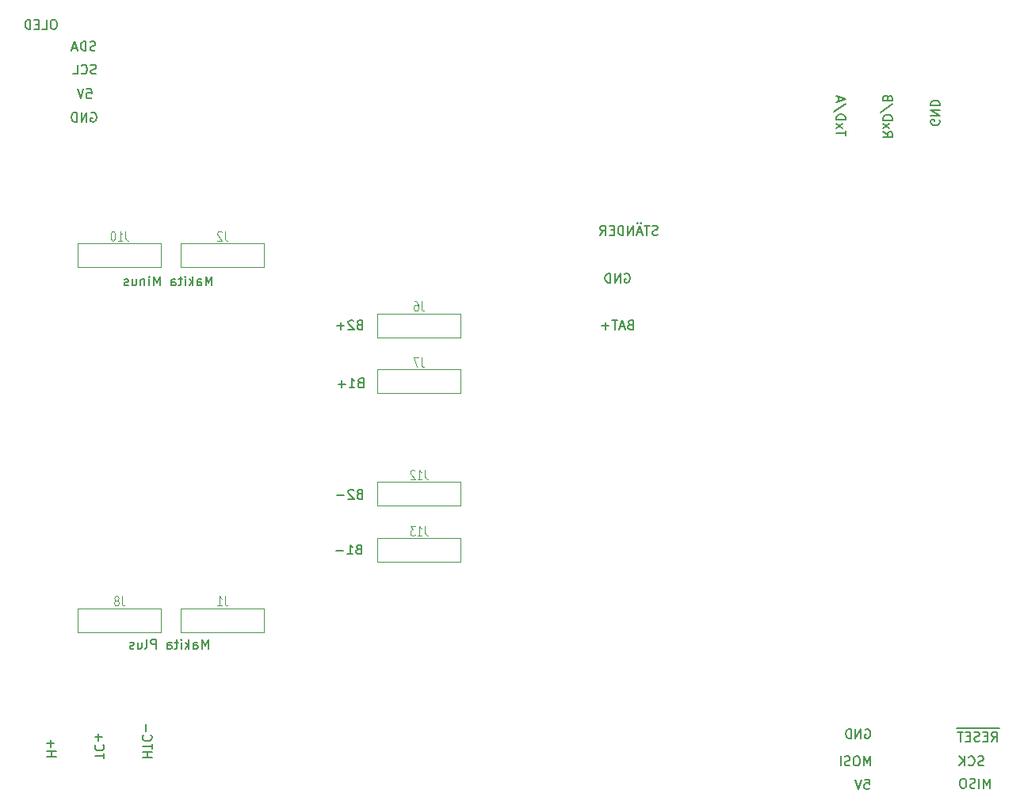
<source format=gbr>
%TF.GenerationSoftware,KiCad,Pcbnew,5.1.10-88a1d61d58~88~ubuntu20.04.1*%
%TF.CreationDate,2021-06-01T08:53:22+02:00*%
%TF.ProjectId,jbc-miniregler,6a62632d-6d69-46e6-9972-65676c65722e,rev?*%
%TF.SameCoordinates,Original*%
%TF.FileFunction,Legend,Bot*%
%TF.FilePolarity,Positive*%
%FSLAX46Y46*%
G04 Gerber Fmt 4.6, Leading zero omitted, Abs format (unit mm)*
G04 Created by KiCad (PCBNEW 5.1.10-88a1d61d58~88~ubuntu20.04.1) date 2021-06-01 08:53:22*
%MOMM*%
%LPD*%
G01*
G04 APERTURE LIST*
%ADD10C,0.150000*%
%ADD11C,0.100000*%
G04 APERTURE END LIST*
D10*
X96347619Y-127104761D02*
X97347619Y-127104761D01*
X96871428Y-127104761D02*
X96871428Y-126533333D01*
X96347619Y-126533333D02*
X97347619Y-126533333D01*
X96728571Y-126057142D02*
X96728571Y-125295238D01*
X96347619Y-125676190D02*
X97109523Y-125676190D01*
X102447619Y-127304761D02*
X102447619Y-126733333D01*
X101447619Y-127019047D02*
X102447619Y-127019047D01*
X101542857Y-125828571D02*
X101495238Y-125876190D01*
X101447619Y-126019047D01*
X101447619Y-126114285D01*
X101495238Y-126257142D01*
X101590476Y-126352380D01*
X101685714Y-126400000D01*
X101876190Y-126447619D01*
X102019047Y-126447619D01*
X102209523Y-126400000D01*
X102304761Y-126352380D01*
X102400000Y-126257142D01*
X102447619Y-126114285D01*
X102447619Y-126019047D01*
X102400000Y-125876190D01*
X102352380Y-125828571D01*
X101828571Y-125400000D02*
X101828571Y-124638095D01*
X101447619Y-125019047D02*
X102209523Y-125019047D01*
X106547619Y-127185714D02*
X107547619Y-127185714D01*
X107071428Y-127185714D02*
X107071428Y-126614285D01*
X106547619Y-126614285D02*
X107547619Y-126614285D01*
X107547619Y-126280952D02*
X107547619Y-125709523D01*
X106547619Y-125995238D02*
X107547619Y-125995238D01*
X106642857Y-124804761D02*
X106595238Y-124852380D01*
X106547619Y-124995238D01*
X106547619Y-125090476D01*
X106595238Y-125233333D01*
X106690476Y-125328571D01*
X106785714Y-125376190D01*
X106976190Y-125423809D01*
X107119047Y-125423809D01*
X107309523Y-125376190D01*
X107404761Y-125328571D01*
X107500000Y-125233333D01*
X107547619Y-125090476D01*
X107547619Y-124995238D01*
X107500000Y-124852380D01*
X107452380Y-124804761D01*
X106928571Y-124376190D02*
X106928571Y-123614285D01*
X129623809Y-104928571D02*
X129480952Y-104976190D01*
X129433333Y-105023809D01*
X129385714Y-105119047D01*
X129385714Y-105261904D01*
X129433333Y-105357142D01*
X129480952Y-105404761D01*
X129576190Y-105452380D01*
X129957142Y-105452380D01*
X129957142Y-104452380D01*
X129623809Y-104452380D01*
X129528571Y-104500000D01*
X129480952Y-104547619D01*
X129433333Y-104642857D01*
X129433333Y-104738095D01*
X129480952Y-104833333D01*
X129528571Y-104880952D01*
X129623809Y-104928571D01*
X129957142Y-104928571D01*
X128433333Y-105452380D02*
X129004761Y-105452380D01*
X128719047Y-105452380D02*
X128719047Y-104452380D01*
X128814285Y-104595238D01*
X128909523Y-104690476D01*
X129004761Y-104738095D01*
X128004761Y-105071428D02*
X127242857Y-105071428D01*
X129723809Y-99028571D02*
X129580952Y-99076190D01*
X129533333Y-99123809D01*
X129485714Y-99219047D01*
X129485714Y-99361904D01*
X129533333Y-99457142D01*
X129580952Y-99504761D01*
X129676190Y-99552380D01*
X130057142Y-99552380D01*
X130057142Y-98552380D01*
X129723809Y-98552380D01*
X129628571Y-98600000D01*
X129580952Y-98647619D01*
X129533333Y-98742857D01*
X129533333Y-98838095D01*
X129580952Y-98933333D01*
X129628571Y-98980952D01*
X129723809Y-99028571D01*
X130057142Y-99028571D01*
X129104761Y-98647619D02*
X129057142Y-98600000D01*
X128961904Y-98552380D01*
X128723809Y-98552380D01*
X128628571Y-98600000D01*
X128580952Y-98647619D01*
X128533333Y-98742857D01*
X128533333Y-98838095D01*
X128580952Y-98980952D01*
X129152380Y-99552380D01*
X128533333Y-99552380D01*
X128104761Y-99171428D02*
X127342857Y-99171428D01*
X129823809Y-87128571D02*
X129680952Y-87176190D01*
X129633333Y-87223809D01*
X129585714Y-87319047D01*
X129585714Y-87461904D01*
X129633333Y-87557142D01*
X129680952Y-87604761D01*
X129776190Y-87652380D01*
X130157142Y-87652380D01*
X130157142Y-86652380D01*
X129823809Y-86652380D01*
X129728571Y-86700000D01*
X129680952Y-86747619D01*
X129633333Y-86842857D01*
X129633333Y-86938095D01*
X129680952Y-87033333D01*
X129728571Y-87080952D01*
X129823809Y-87128571D01*
X130157142Y-87128571D01*
X128633333Y-87652380D02*
X129204761Y-87652380D01*
X128919047Y-87652380D02*
X128919047Y-86652380D01*
X129014285Y-86795238D01*
X129109523Y-86890476D01*
X129204761Y-86938095D01*
X128204761Y-87271428D02*
X127442857Y-87271428D01*
X127823809Y-87652380D02*
X127823809Y-86890476D01*
X129723809Y-80928571D02*
X129580952Y-80976190D01*
X129533333Y-81023809D01*
X129485714Y-81119047D01*
X129485714Y-81261904D01*
X129533333Y-81357142D01*
X129580952Y-81404761D01*
X129676190Y-81452380D01*
X130057142Y-81452380D01*
X130057142Y-80452380D01*
X129723809Y-80452380D01*
X129628571Y-80500000D01*
X129580952Y-80547619D01*
X129533333Y-80642857D01*
X129533333Y-80738095D01*
X129580952Y-80833333D01*
X129628571Y-80880952D01*
X129723809Y-80928571D01*
X130057142Y-80928571D01*
X129104761Y-80547619D02*
X129057142Y-80500000D01*
X128961904Y-80452380D01*
X128723809Y-80452380D01*
X128628571Y-80500000D01*
X128580952Y-80547619D01*
X128533333Y-80642857D01*
X128533333Y-80738095D01*
X128580952Y-80880952D01*
X129152380Y-81452380D01*
X128533333Y-81452380D01*
X128104761Y-81071428D02*
X127342857Y-81071428D01*
X127723809Y-81452380D02*
X127723809Y-80690476D01*
X113566666Y-115552380D02*
X113566666Y-114552380D01*
X113233333Y-115266666D01*
X112900000Y-114552380D01*
X112900000Y-115552380D01*
X111995238Y-115552380D02*
X111995238Y-115028571D01*
X112042857Y-114933333D01*
X112138095Y-114885714D01*
X112328571Y-114885714D01*
X112423809Y-114933333D01*
X111995238Y-115504761D02*
X112090476Y-115552380D01*
X112328571Y-115552380D01*
X112423809Y-115504761D01*
X112471428Y-115409523D01*
X112471428Y-115314285D01*
X112423809Y-115219047D01*
X112328571Y-115171428D01*
X112090476Y-115171428D01*
X111995238Y-115123809D01*
X111519047Y-115552380D02*
X111519047Y-114552380D01*
X111423809Y-115171428D02*
X111138095Y-115552380D01*
X111138095Y-114885714D02*
X111519047Y-115266666D01*
X110709523Y-115552380D02*
X110709523Y-114885714D01*
X110709523Y-114552380D02*
X110757142Y-114600000D01*
X110709523Y-114647619D01*
X110661904Y-114600000D01*
X110709523Y-114552380D01*
X110709523Y-114647619D01*
X110376190Y-114885714D02*
X109995238Y-114885714D01*
X110233333Y-114552380D02*
X110233333Y-115409523D01*
X110185714Y-115504761D01*
X110090476Y-115552380D01*
X109995238Y-115552380D01*
X109233333Y-115552380D02*
X109233333Y-115028571D01*
X109280952Y-114933333D01*
X109376190Y-114885714D01*
X109566666Y-114885714D01*
X109661904Y-114933333D01*
X109233333Y-115504761D02*
X109328571Y-115552380D01*
X109566666Y-115552380D01*
X109661904Y-115504761D01*
X109709523Y-115409523D01*
X109709523Y-115314285D01*
X109661904Y-115219047D01*
X109566666Y-115171428D01*
X109328571Y-115171428D01*
X109233333Y-115123809D01*
X107995238Y-115552380D02*
X107995238Y-114552380D01*
X107614285Y-114552380D01*
X107519047Y-114600000D01*
X107471428Y-114647619D01*
X107423809Y-114742857D01*
X107423809Y-114885714D01*
X107471428Y-114980952D01*
X107519047Y-115028571D01*
X107614285Y-115076190D01*
X107995238Y-115076190D01*
X106852380Y-115552380D02*
X106947619Y-115504761D01*
X106995238Y-115409523D01*
X106995238Y-114552380D01*
X106042857Y-114885714D02*
X106042857Y-115552380D01*
X106471428Y-114885714D02*
X106471428Y-115409523D01*
X106423809Y-115504761D01*
X106328571Y-115552380D01*
X106185714Y-115552380D01*
X106090476Y-115504761D01*
X106042857Y-115457142D01*
X105614285Y-115504761D02*
X105519047Y-115552380D01*
X105328571Y-115552380D01*
X105233333Y-115504761D01*
X105185714Y-115409523D01*
X105185714Y-115361904D01*
X105233333Y-115266666D01*
X105328571Y-115219047D01*
X105471428Y-115219047D01*
X105566666Y-115171428D01*
X105614285Y-115076190D01*
X105614285Y-115028571D01*
X105566666Y-114933333D01*
X105471428Y-114885714D01*
X105328571Y-114885714D01*
X105233333Y-114933333D01*
X113966666Y-76752380D02*
X113966666Y-75752380D01*
X113633333Y-76466666D01*
X113300000Y-75752380D01*
X113300000Y-76752380D01*
X112395238Y-76752380D02*
X112395238Y-76228571D01*
X112442857Y-76133333D01*
X112538095Y-76085714D01*
X112728571Y-76085714D01*
X112823809Y-76133333D01*
X112395238Y-76704761D02*
X112490476Y-76752380D01*
X112728571Y-76752380D01*
X112823809Y-76704761D01*
X112871428Y-76609523D01*
X112871428Y-76514285D01*
X112823809Y-76419047D01*
X112728571Y-76371428D01*
X112490476Y-76371428D01*
X112395238Y-76323809D01*
X111919047Y-76752380D02*
X111919047Y-75752380D01*
X111823809Y-76371428D02*
X111538095Y-76752380D01*
X111538095Y-76085714D02*
X111919047Y-76466666D01*
X111109523Y-76752380D02*
X111109523Y-76085714D01*
X111109523Y-75752380D02*
X111157142Y-75800000D01*
X111109523Y-75847619D01*
X111061904Y-75800000D01*
X111109523Y-75752380D01*
X111109523Y-75847619D01*
X110776190Y-76085714D02*
X110395238Y-76085714D01*
X110633333Y-75752380D02*
X110633333Y-76609523D01*
X110585714Y-76704761D01*
X110490476Y-76752380D01*
X110395238Y-76752380D01*
X109633333Y-76752380D02*
X109633333Y-76228571D01*
X109680952Y-76133333D01*
X109776190Y-76085714D01*
X109966666Y-76085714D01*
X110061904Y-76133333D01*
X109633333Y-76704761D02*
X109728571Y-76752380D01*
X109966666Y-76752380D01*
X110061904Y-76704761D01*
X110109523Y-76609523D01*
X110109523Y-76514285D01*
X110061904Y-76419047D01*
X109966666Y-76371428D01*
X109728571Y-76371428D01*
X109633333Y-76323809D01*
X108395238Y-76752380D02*
X108395238Y-75752380D01*
X108061904Y-76466666D01*
X107728571Y-75752380D01*
X107728571Y-76752380D01*
X107252380Y-76752380D02*
X107252380Y-76085714D01*
X107252380Y-75752380D02*
X107300000Y-75800000D01*
X107252380Y-75847619D01*
X107204761Y-75800000D01*
X107252380Y-75752380D01*
X107252380Y-75847619D01*
X106776190Y-76085714D02*
X106776190Y-76752380D01*
X106776190Y-76180952D02*
X106728571Y-76133333D01*
X106633333Y-76085714D01*
X106490476Y-76085714D01*
X106395238Y-76133333D01*
X106347619Y-76228571D01*
X106347619Y-76752380D01*
X105442857Y-76085714D02*
X105442857Y-76752380D01*
X105871428Y-76085714D02*
X105871428Y-76609523D01*
X105823809Y-76704761D01*
X105728571Y-76752380D01*
X105585714Y-76752380D01*
X105490476Y-76704761D01*
X105442857Y-76657142D01*
X105014285Y-76704761D02*
X104919047Y-76752380D01*
X104728571Y-76752380D01*
X104633333Y-76704761D01*
X104585714Y-76609523D01*
X104585714Y-76561904D01*
X104633333Y-76466666D01*
X104728571Y-76419047D01*
X104871428Y-76419047D01*
X104966666Y-76371428D01*
X105014285Y-76276190D01*
X105014285Y-76228571D01*
X104966666Y-76133333D01*
X104871428Y-76085714D01*
X104728571Y-76085714D01*
X104633333Y-76133333D01*
X97152380Y-48352380D02*
X96961904Y-48352380D01*
X96866666Y-48400000D01*
X96771428Y-48495238D01*
X96723809Y-48685714D01*
X96723809Y-49019047D01*
X96771428Y-49209523D01*
X96866666Y-49304761D01*
X96961904Y-49352380D01*
X97152380Y-49352380D01*
X97247619Y-49304761D01*
X97342857Y-49209523D01*
X97390476Y-49019047D01*
X97390476Y-48685714D01*
X97342857Y-48495238D01*
X97247619Y-48400000D01*
X97152380Y-48352380D01*
X95819047Y-49352380D02*
X96295238Y-49352380D01*
X96295238Y-48352380D01*
X95485714Y-48828571D02*
X95152380Y-48828571D01*
X95009523Y-49352380D02*
X95485714Y-49352380D01*
X95485714Y-48352380D01*
X95009523Y-48352380D01*
X94580952Y-49352380D02*
X94580952Y-48352380D01*
X94342857Y-48352380D01*
X94200000Y-48400000D01*
X94104761Y-48495238D01*
X94057142Y-48590476D01*
X94009523Y-48780952D01*
X94009523Y-48923809D01*
X94057142Y-49114285D01*
X94104761Y-49209523D01*
X94200000Y-49304761D01*
X94342857Y-49352380D01*
X94580952Y-49352380D01*
X101061904Y-58300000D02*
X101157142Y-58252380D01*
X101300000Y-58252380D01*
X101442857Y-58300000D01*
X101538095Y-58395238D01*
X101585714Y-58490476D01*
X101633333Y-58680952D01*
X101633333Y-58823809D01*
X101585714Y-59014285D01*
X101538095Y-59109523D01*
X101442857Y-59204761D01*
X101300000Y-59252380D01*
X101204761Y-59252380D01*
X101061904Y-59204761D01*
X101014285Y-59157142D01*
X101014285Y-58823809D01*
X101204761Y-58823809D01*
X100585714Y-59252380D02*
X100585714Y-58252380D01*
X100014285Y-59252380D01*
X100014285Y-58252380D01*
X99538095Y-59252380D02*
X99538095Y-58252380D01*
X99300000Y-58252380D01*
X99157142Y-58300000D01*
X99061904Y-58395238D01*
X99014285Y-58490476D01*
X98966666Y-58680952D01*
X98966666Y-58823809D01*
X99014285Y-59014285D01*
X99061904Y-59109523D01*
X99157142Y-59204761D01*
X99300000Y-59252380D01*
X99538095Y-59252380D01*
X100590476Y-55752380D02*
X101066666Y-55752380D01*
X101114285Y-56228571D01*
X101066666Y-56180952D01*
X100971428Y-56133333D01*
X100733333Y-56133333D01*
X100638095Y-56180952D01*
X100590476Y-56228571D01*
X100542857Y-56323809D01*
X100542857Y-56561904D01*
X100590476Y-56657142D01*
X100638095Y-56704761D01*
X100733333Y-56752380D01*
X100971428Y-56752380D01*
X101066666Y-56704761D01*
X101114285Y-56657142D01*
X100257142Y-55752380D02*
X99923809Y-56752380D01*
X99590476Y-55752380D01*
X101590476Y-54104761D02*
X101447619Y-54152380D01*
X101209523Y-54152380D01*
X101114285Y-54104761D01*
X101066666Y-54057142D01*
X101019047Y-53961904D01*
X101019047Y-53866666D01*
X101066666Y-53771428D01*
X101114285Y-53723809D01*
X101209523Y-53676190D01*
X101400000Y-53628571D01*
X101495238Y-53580952D01*
X101542857Y-53533333D01*
X101590476Y-53438095D01*
X101590476Y-53342857D01*
X101542857Y-53247619D01*
X101495238Y-53200000D01*
X101400000Y-53152380D01*
X101161904Y-53152380D01*
X101019047Y-53200000D01*
X100019047Y-54057142D02*
X100066666Y-54104761D01*
X100209523Y-54152380D01*
X100304761Y-54152380D01*
X100447619Y-54104761D01*
X100542857Y-54009523D01*
X100590476Y-53914285D01*
X100638095Y-53723809D01*
X100638095Y-53580952D01*
X100590476Y-53390476D01*
X100542857Y-53295238D01*
X100447619Y-53200000D01*
X100304761Y-53152380D01*
X100209523Y-53152380D01*
X100066666Y-53200000D01*
X100019047Y-53247619D01*
X99114285Y-54152380D02*
X99590476Y-54152380D01*
X99590476Y-53152380D01*
X101514285Y-51604761D02*
X101371428Y-51652380D01*
X101133333Y-51652380D01*
X101038095Y-51604761D01*
X100990476Y-51557142D01*
X100942857Y-51461904D01*
X100942857Y-51366666D01*
X100990476Y-51271428D01*
X101038095Y-51223809D01*
X101133333Y-51176190D01*
X101323809Y-51128571D01*
X101419047Y-51080952D01*
X101466666Y-51033333D01*
X101514285Y-50938095D01*
X101514285Y-50842857D01*
X101466666Y-50747619D01*
X101419047Y-50700000D01*
X101323809Y-50652380D01*
X101085714Y-50652380D01*
X100942857Y-50700000D01*
X100514285Y-51652380D02*
X100514285Y-50652380D01*
X100276190Y-50652380D01*
X100133333Y-50700000D01*
X100038095Y-50795238D01*
X99990476Y-50890476D01*
X99942857Y-51080952D01*
X99942857Y-51223809D01*
X99990476Y-51414285D01*
X100038095Y-51509523D01*
X100133333Y-51604761D01*
X100276190Y-51652380D01*
X100514285Y-51652380D01*
X99561904Y-51366666D02*
X99085714Y-51366666D01*
X99657142Y-51652380D02*
X99323809Y-50652380D01*
X98990476Y-51652380D01*
X198061904Y-124085000D02*
X197061904Y-124085000D01*
X197252380Y-125452380D02*
X197585714Y-124976190D01*
X197823809Y-125452380D02*
X197823809Y-124452380D01*
X197442857Y-124452380D01*
X197347619Y-124500000D01*
X197300000Y-124547619D01*
X197252380Y-124642857D01*
X197252380Y-124785714D01*
X197300000Y-124880952D01*
X197347619Y-124928571D01*
X197442857Y-124976190D01*
X197823809Y-124976190D01*
X197061904Y-124085000D02*
X196157142Y-124085000D01*
X196823809Y-124928571D02*
X196490476Y-124928571D01*
X196347619Y-125452380D02*
X196823809Y-125452380D01*
X196823809Y-124452380D01*
X196347619Y-124452380D01*
X196157142Y-124085000D02*
X195204761Y-124085000D01*
X195966666Y-125404761D02*
X195823809Y-125452380D01*
X195585714Y-125452380D01*
X195490476Y-125404761D01*
X195442857Y-125357142D01*
X195395238Y-125261904D01*
X195395238Y-125166666D01*
X195442857Y-125071428D01*
X195490476Y-125023809D01*
X195585714Y-124976190D01*
X195776190Y-124928571D01*
X195871428Y-124880952D01*
X195919047Y-124833333D01*
X195966666Y-124738095D01*
X195966666Y-124642857D01*
X195919047Y-124547619D01*
X195871428Y-124500000D01*
X195776190Y-124452380D01*
X195538095Y-124452380D01*
X195395238Y-124500000D01*
X195204761Y-124085000D02*
X194300000Y-124085000D01*
X194966666Y-124928571D02*
X194633333Y-124928571D01*
X194490476Y-125452380D02*
X194966666Y-125452380D01*
X194966666Y-124452380D01*
X194490476Y-124452380D01*
X194300000Y-124085000D02*
X193538095Y-124085000D01*
X194204761Y-124452380D02*
X193633333Y-124452380D01*
X193919047Y-125452380D02*
X193919047Y-124452380D01*
X196385714Y-128004761D02*
X196242857Y-128052380D01*
X196004761Y-128052380D01*
X195909523Y-128004761D01*
X195861904Y-127957142D01*
X195814285Y-127861904D01*
X195814285Y-127766666D01*
X195861904Y-127671428D01*
X195909523Y-127623809D01*
X196004761Y-127576190D01*
X196195238Y-127528571D01*
X196290476Y-127480952D01*
X196338095Y-127433333D01*
X196385714Y-127338095D01*
X196385714Y-127242857D01*
X196338095Y-127147619D01*
X196290476Y-127100000D01*
X196195238Y-127052380D01*
X195957142Y-127052380D01*
X195814285Y-127100000D01*
X194814285Y-127957142D02*
X194861904Y-128004761D01*
X195004761Y-128052380D01*
X195100000Y-128052380D01*
X195242857Y-128004761D01*
X195338095Y-127909523D01*
X195385714Y-127814285D01*
X195433333Y-127623809D01*
X195433333Y-127480952D01*
X195385714Y-127290476D01*
X195338095Y-127195238D01*
X195242857Y-127100000D01*
X195100000Y-127052380D01*
X195004761Y-127052380D01*
X194861904Y-127100000D01*
X194814285Y-127147619D01*
X194385714Y-128052380D02*
X194385714Y-127052380D01*
X193814285Y-128052380D02*
X194242857Y-127480952D01*
X193814285Y-127052380D02*
X194385714Y-127623809D01*
X197071428Y-130452380D02*
X197071428Y-129452380D01*
X196738095Y-130166666D01*
X196404761Y-129452380D01*
X196404761Y-130452380D01*
X195928571Y-130452380D02*
X195928571Y-129452380D01*
X195500000Y-130404761D02*
X195357142Y-130452380D01*
X195119047Y-130452380D01*
X195023809Y-130404761D01*
X194976190Y-130357142D01*
X194928571Y-130261904D01*
X194928571Y-130166666D01*
X194976190Y-130071428D01*
X195023809Y-130023809D01*
X195119047Y-129976190D01*
X195309523Y-129928571D01*
X195404761Y-129880952D01*
X195452380Y-129833333D01*
X195500000Y-129738095D01*
X195500000Y-129642857D01*
X195452380Y-129547619D01*
X195404761Y-129500000D01*
X195309523Y-129452380D01*
X195071428Y-129452380D01*
X194928571Y-129500000D01*
X194309523Y-129452380D02*
X194119047Y-129452380D01*
X194023809Y-129500000D01*
X193928571Y-129595238D01*
X193880952Y-129785714D01*
X193880952Y-130119047D01*
X193928571Y-130309523D01*
X194023809Y-130404761D01*
X194119047Y-130452380D01*
X194309523Y-130452380D01*
X194404761Y-130404761D01*
X194500000Y-130309523D01*
X194547619Y-130119047D01*
X194547619Y-129785714D01*
X194500000Y-129595238D01*
X194404761Y-129500000D01*
X194309523Y-129452380D01*
X183690476Y-129552380D02*
X184166666Y-129552380D01*
X184214285Y-130028571D01*
X184166666Y-129980952D01*
X184071428Y-129933333D01*
X183833333Y-129933333D01*
X183738095Y-129980952D01*
X183690476Y-130028571D01*
X183642857Y-130123809D01*
X183642857Y-130361904D01*
X183690476Y-130457142D01*
X183738095Y-130504761D01*
X183833333Y-130552380D01*
X184071428Y-130552380D01*
X184166666Y-130504761D01*
X184214285Y-130457142D01*
X183357142Y-129552380D02*
X183023809Y-130552380D01*
X182690476Y-129552380D01*
X184271428Y-128052380D02*
X184271428Y-127052380D01*
X183938095Y-127766666D01*
X183604761Y-127052380D01*
X183604761Y-128052380D01*
X182938095Y-127052380D02*
X182747619Y-127052380D01*
X182652380Y-127100000D01*
X182557142Y-127195238D01*
X182509523Y-127385714D01*
X182509523Y-127719047D01*
X182557142Y-127909523D01*
X182652380Y-128004761D01*
X182747619Y-128052380D01*
X182938095Y-128052380D01*
X183033333Y-128004761D01*
X183128571Y-127909523D01*
X183176190Y-127719047D01*
X183176190Y-127385714D01*
X183128571Y-127195238D01*
X183033333Y-127100000D01*
X182938095Y-127052380D01*
X182128571Y-128004761D02*
X181985714Y-128052380D01*
X181747619Y-128052380D01*
X181652380Y-128004761D01*
X181604761Y-127957142D01*
X181557142Y-127861904D01*
X181557142Y-127766666D01*
X181604761Y-127671428D01*
X181652380Y-127623809D01*
X181747619Y-127576190D01*
X181938095Y-127528571D01*
X182033333Y-127480952D01*
X182080952Y-127433333D01*
X182128571Y-127338095D01*
X182128571Y-127242857D01*
X182080952Y-127147619D01*
X182033333Y-127100000D01*
X181938095Y-127052380D01*
X181700000Y-127052380D01*
X181557142Y-127100000D01*
X181128571Y-128052380D02*
X181128571Y-127052380D01*
X183761904Y-124200000D02*
X183857142Y-124152380D01*
X184000000Y-124152380D01*
X184142857Y-124200000D01*
X184238095Y-124295238D01*
X184285714Y-124390476D01*
X184333333Y-124580952D01*
X184333333Y-124723809D01*
X184285714Y-124914285D01*
X184238095Y-125009523D01*
X184142857Y-125104761D01*
X184000000Y-125152380D01*
X183904761Y-125152380D01*
X183761904Y-125104761D01*
X183714285Y-125057142D01*
X183714285Y-124723809D01*
X183904761Y-124723809D01*
X183285714Y-125152380D02*
X183285714Y-124152380D01*
X182714285Y-125152380D01*
X182714285Y-124152380D01*
X182238095Y-125152380D02*
X182238095Y-124152380D01*
X182000000Y-124152380D01*
X181857142Y-124200000D01*
X181761904Y-124295238D01*
X181714285Y-124390476D01*
X181666666Y-124580952D01*
X181666666Y-124723809D01*
X181714285Y-124914285D01*
X181761904Y-125009523D01*
X181857142Y-125104761D01*
X182000000Y-125152380D01*
X182238095Y-125152380D01*
X181647619Y-60742857D02*
X181647619Y-60171428D01*
X180647619Y-60457142D02*
X181647619Y-60457142D01*
X180647619Y-59933333D02*
X181314285Y-59409523D01*
X181314285Y-59933333D02*
X180647619Y-59409523D01*
X180647619Y-59028571D02*
X181647619Y-59028571D01*
X181647619Y-58790476D01*
X181600000Y-58647619D01*
X181504761Y-58552380D01*
X181409523Y-58504761D01*
X181219047Y-58457142D01*
X181076190Y-58457142D01*
X180885714Y-58504761D01*
X180790476Y-58552380D01*
X180695238Y-58647619D01*
X180647619Y-58790476D01*
X180647619Y-59028571D01*
X181695238Y-57314285D02*
X180409523Y-58171428D01*
X180933333Y-57028571D02*
X180933333Y-56552380D01*
X180647619Y-57123809D02*
X181647619Y-56790476D01*
X180647619Y-56457142D01*
X185647619Y-60319047D02*
X186123809Y-60652380D01*
X185647619Y-60890476D02*
X186647619Y-60890476D01*
X186647619Y-60509523D01*
X186600000Y-60414285D01*
X186552380Y-60366666D01*
X186457142Y-60319047D01*
X186314285Y-60319047D01*
X186219047Y-60366666D01*
X186171428Y-60414285D01*
X186123809Y-60509523D01*
X186123809Y-60890476D01*
X185647619Y-59985714D02*
X186314285Y-59461904D01*
X186314285Y-59985714D02*
X185647619Y-59461904D01*
X185647619Y-59080952D02*
X186647619Y-59080952D01*
X186647619Y-58842857D01*
X186600000Y-58700000D01*
X186504761Y-58604761D01*
X186409523Y-58557142D01*
X186219047Y-58509523D01*
X186076190Y-58509523D01*
X185885714Y-58557142D01*
X185790476Y-58604761D01*
X185695238Y-58700000D01*
X185647619Y-58842857D01*
X185647619Y-59080952D01*
X186695238Y-57366666D02*
X185409523Y-58223809D01*
X186171428Y-56700000D02*
X186123809Y-56557142D01*
X186076190Y-56509523D01*
X185980952Y-56461904D01*
X185838095Y-56461904D01*
X185742857Y-56509523D01*
X185695238Y-56557142D01*
X185647619Y-56652380D01*
X185647619Y-57033333D01*
X186647619Y-57033333D01*
X186647619Y-56700000D01*
X186600000Y-56604761D01*
X186552380Y-56557142D01*
X186457142Y-56509523D01*
X186361904Y-56509523D01*
X186266666Y-56557142D01*
X186219047Y-56604761D01*
X186171428Y-56700000D01*
X186171428Y-57033333D01*
X191700000Y-59061904D02*
X191747619Y-59157142D01*
X191747619Y-59300000D01*
X191700000Y-59442857D01*
X191604761Y-59538095D01*
X191509523Y-59585714D01*
X191319047Y-59633333D01*
X191176190Y-59633333D01*
X190985714Y-59585714D01*
X190890476Y-59538095D01*
X190795238Y-59442857D01*
X190747619Y-59300000D01*
X190747619Y-59204761D01*
X190795238Y-59061904D01*
X190842857Y-59014285D01*
X191176190Y-59014285D01*
X191176190Y-59204761D01*
X190747619Y-58585714D02*
X191747619Y-58585714D01*
X190747619Y-58014285D01*
X191747619Y-58014285D01*
X190747619Y-57538095D02*
X191747619Y-57538095D01*
X191747619Y-57300000D01*
X191700000Y-57157142D01*
X191604761Y-57061904D01*
X191509523Y-57014285D01*
X191319047Y-56966666D01*
X191176190Y-56966666D01*
X190985714Y-57014285D01*
X190890476Y-57061904D01*
X190795238Y-57157142D01*
X190747619Y-57300000D01*
X190747619Y-57538095D01*
X158657142Y-80928571D02*
X158514285Y-80976190D01*
X158466666Y-81023809D01*
X158419047Y-81119047D01*
X158419047Y-81261904D01*
X158466666Y-81357142D01*
X158514285Y-81404761D01*
X158609523Y-81452380D01*
X158990476Y-81452380D01*
X158990476Y-80452380D01*
X158657142Y-80452380D01*
X158561904Y-80500000D01*
X158514285Y-80547619D01*
X158466666Y-80642857D01*
X158466666Y-80738095D01*
X158514285Y-80833333D01*
X158561904Y-80880952D01*
X158657142Y-80928571D01*
X158990476Y-80928571D01*
X158038095Y-81166666D02*
X157561904Y-81166666D01*
X158133333Y-81452380D02*
X157800000Y-80452380D01*
X157466666Y-81452380D01*
X157276190Y-80452380D02*
X156704761Y-80452380D01*
X156990476Y-81452380D02*
X156990476Y-80452380D01*
X156371428Y-81071428D02*
X155609523Y-81071428D01*
X155990476Y-81452380D02*
X155990476Y-80690476D01*
X158061904Y-75500000D02*
X158157142Y-75452380D01*
X158300000Y-75452380D01*
X158442857Y-75500000D01*
X158538095Y-75595238D01*
X158585714Y-75690476D01*
X158633333Y-75880952D01*
X158633333Y-76023809D01*
X158585714Y-76214285D01*
X158538095Y-76309523D01*
X158442857Y-76404761D01*
X158300000Y-76452380D01*
X158204761Y-76452380D01*
X158061904Y-76404761D01*
X158014285Y-76357142D01*
X158014285Y-76023809D01*
X158204761Y-76023809D01*
X157585714Y-76452380D02*
X157585714Y-75452380D01*
X157014285Y-76452380D01*
X157014285Y-75452380D01*
X156538095Y-76452380D02*
X156538095Y-75452380D01*
X156300000Y-75452380D01*
X156157142Y-75500000D01*
X156061904Y-75595238D01*
X156014285Y-75690476D01*
X155966666Y-75880952D01*
X155966666Y-76023809D01*
X156014285Y-76214285D01*
X156061904Y-76309523D01*
X156157142Y-76404761D01*
X156300000Y-76452380D01*
X156538095Y-76452380D01*
X161571428Y-71304761D02*
X161428571Y-71352380D01*
X161190476Y-71352380D01*
X161095238Y-71304761D01*
X161047619Y-71257142D01*
X161000000Y-71161904D01*
X161000000Y-71066666D01*
X161047619Y-70971428D01*
X161095238Y-70923809D01*
X161190476Y-70876190D01*
X161380952Y-70828571D01*
X161476190Y-70780952D01*
X161523809Y-70733333D01*
X161571428Y-70638095D01*
X161571428Y-70542857D01*
X161523809Y-70447619D01*
X161476190Y-70400000D01*
X161380952Y-70352380D01*
X161142857Y-70352380D01*
X161000000Y-70400000D01*
X160714285Y-70352380D02*
X160142857Y-70352380D01*
X160428571Y-71352380D02*
X160428571Y-70352380D01*
X159857142Y-71066666D02*
X159380952Y-71066666D01*
X159952380Y-71352380D02*
X159619047Y-70352380D01*
X159285714Y-71352380D01*
X159809523Y-70019047D02*
X159761904Y-70066666D01*
X159809523Y-70114285D01*
X159857142Y-70066666D01*
X159809523Y-70019047D01*
X159809523Y-70114285D01*
X159428571Y-70019047D02*
X159380952Y-70066666D01*
X159428571Y-70114285D01*
X159476190Y-70066666D01*
X159428571Y-70019047D01*
X159428571Y-70114285D01*
X158952380Y-71352380D02*
X158952380Y-70352380D01*
X158380952Y-71352380D01*
X158380952Y-70352380D01*
X157904761Y-71352380D02*
X157904761Y-70352380D01*
X157666666Y-70352380D01*
X157523809Y-70400000D01*
X157428571Y-70495238D01*
X157380952Y-70590476D01*
X157333333Y-70780952D01*
X157333333Y-70923809D01*
X157380952Y-71114285D01*
X157428571Y-71209523D01*
X157523809Y-71304761D01*
X157666666Y-71352380D01*
X157904761Y-71352380D01*
X156904761Y-70828571D02*
X156571428Y-70828571D01*
X156428571Y-71352380D02*
X156904761Y-71352380D01*
X156904761Y-70352380D01*
X156428571Y-70352380D01*
X155428571Y-71352380D02*
X155761904Y-70876190D01*
X156000000Y-71352380D02*
X156000000Y-70352380D01*
X155619047Y-70352380D01*
X155523809Y-70400000D01*
X155476190Y-70447619D01*
X155428571Y-70542857D01*
X155428571Y-70685714D01*
X155476190Y-70780952D01*
X155523809Y-70828571D01*
X155619047Y-70876190D01*
X156000000Y-70876190D01*
D11*
%TO.C,J6*%
X140485000Y-82270000D02*
X140485000Y-79730000D01*
X131595000Y-79730000D02*
X140485000Y-79730000D01*
X131595000Y-82270000D02*
X140485000Y-82270000D01*
X131595000Y-82270000D02*
X131595000Y-79730000D01*
%TO.C,J2*%
X119485000Y-74770000D02*
X119485000Y-72230000D01*
X110595000Y-72230000D02*
X119485000Y-72230000D01*
X110595000Y-74770000D02*
X119485000Y-74770000D01*
X110595000Y-74770000D02*
X110595000Y-72230000D01*
%TO.C,J1*%
X119485000Y-113770000D02*
X119485000Y-111230000D01*
X110595000Y-111230000D02*
X119485000Y-111230000D01*
X110595000Y-113770000D02*
X119485000Y-113770000D01*
X110595000Y-113770000D02*
X110595000Y-111230000D01*
%TO.C,J13*%
X140485000Y-106270000D02*
X140485000Y-103730000D01*
X131595000Y-103730000D02*
X140485000Y-103730000D01*
X131595000Y-106270000D02*
X140485000Y-106270000D01*
X131595000Y-106270000D02*
X131595000Y-103730000D01*
%TO.C,J12*%
X140485000Y-100270000D02*
X140485000Y-97730000D01*
X131595000Y-97730000D02*
X140485000Y-97730000D01*
X131595000Y-100270000D02*
X140485000Y-100270000D01*
X131595000Y-100270000D02*
X131595000Y-97730000D01*
%TO.C,J10*%
X108485000Y-74770000D02*
X108485000Y-72230000D01*
X99595000Y-72230000D02*
X108485000Y-72230000D01*
X99595000Y-74770000D02*
X108485000Y-74770000D01*
X99595000Y-74770000D02*
X99595000Y-72230000D01*
%TO.C,J8*%
X108485000Y-113770000D02*
X108485000Y-111230000D01*
X99595000Y-111230000D02*
X108485000Y-111230000D01*
X99595000Y-113770000D02*
X108485000Y-113770000D01*
X99595000Y-113770000D02*
X99595000Y-111230000D01*
%TO.C,J7*%
X140485000Y-88270000D02*
X140485000Y-85730000D01*
X131595000Y-85730000D02*
X140485000Y-85730000D01*
X131595000Y-88270000D02*
X140485000Y-88270000D01*
X131595000Y-88270000D02*
X131595000Y-85730000D01*
%TO.C,J6*%
X136346666Y-78452380D02*
X136346666Y-79166666D01*
X136384761Y-79309523D01*
X136460952Y-79404761D01*
X136575238Y-79452380D01*
X136651428Y-79452380D01*
X135622857Y-78452380D02*
X135775238Y-78452380D01*
X135851428Y-78500000D01*
X135889523Y-78547619D01*
X135965714Y-78690476D01*
X136003809Y-78880952D01*
X136003809Y-79261904D01*
X135965714Y-79357142D01*
X135927619Y-79404761D01*
X135851428Y-79452380D01*
X135699047Y-79452380D01*
X135622857Y-79404761D01*
X135584761Y-79357142D01*
X135546666Y-79261904D01*
X135546666Y-79023809D01*
X135584761Y-78928571D01*
X135622857Y-78880952D01*
X135699047Y-78833333D01*
X135851428Y-78833333D01*
X135927619Y-78880952D01*
X135965714Y-78928571D01*
X136003809Y-79023809D01*
%TO.C,J2*%
X115346666Y-70952380D02*
X115346666Y-71666666D01*
X115384761Y-71809523D01*
X115460952Y-71904761D01*
X115575238Y-71952380D01*
X115651428Y-71952380D01*
X115003809Y-71047619D02*
X114965714Y-71000000D01*
X114889523Y-70952380D01*
X114699047Y-70952380D01*
X114622857Y-71000000D01*
X114584761Y-71047619D01*
X114546666Y-71142857D01*
X114546666Y-71238095D01*
X114584761Y-71380952D01*
X115041904Y-71952380D01*
X114546666Y-71952380D01*
%TO.C,J1*%
X115346666Y-109952380D02*
X115346666Y-110666666D01*
X115384761Y-110809523D01*
X115460952Y-110904761D01*
X115575238Y-110952380D01*
X115651428Y-110952380D01*
X114546666Y-110952380D02*
X115003809Y-110952380D01*
X114775238Y-110952380D02*
X114775238Y-109952380D01*
X114851428Y-110095238D01*
X114927619Y-110190476D01*
X115003809Y-110238095D01*
%TO.C,J13*%
X136727619Y-102452380D02*
X136727619Y-103166666D01*
X136765714Y-103309523D01*
X136841904Y-103404761D01*
X136956190Y-103452380D01*
X137032380Y-103452380D01*
X135927619Y-103452380D02*
X136384761Y-103452380D01*
X136156190Y-103452380D02*
X136156190Y-102452380D01*
X136232380Y-102595238D01*
X136308571Y-102690476D01*
X136384761Y-102738095D01*
X135660952Y-102452380D02*
X135165714Y-102452380D01*
X135432380Y-102833333D01*
X135318095Y-102833333D01*
X135241904Y-102880952D01*
X135203809Y-102928571D01*
X135165714Y-103023809D01*
X135165714Y-103261904D01*
X135203809Y-103357142D01*
X135241904Y-103404761D01*
X135318095Y-103452380D01*
X135546666Y-103452380D01*
X135622857Y-103404761D01*
X135660952Y-103357142D01*
%TO.C,J12*%
X136727619Y-96452380D02*
X136727619Y-97166666D01*
X136765714Y-97309523D01*
X136841904Y-97404761D01*
X136956190Y-97452380D01*
X137032380Y-97452380D01*
X135927619Y-97452380D02*
X136384761Y-97452380D01*
X136156190Y-97452380D02*
X136156190Y-96452380D01*
X136232380Y-96595238D01*
X136308571Y-96690476D01*
X136384761Y-96738095D01*
X135622857Y-96547619D02*
X135584761Y-96500000D01*
X135508571Y-96452380D01*
X135318095Y-96452380D01*
X135241904Y-96500000D01*
X135203809Y-96547619D01*
X135165714Y-96642857D01*
X135165714Y-96738095D01*
X135203809Y-96880952D01*
X135660952Y-97452380D01*
X135165714Y-97452380D01*
%TO.C,J10*%
X104727619Y-70952380D02*
X104727619Y-71666666D01*
X104765714Y-71809523D01*
X104841904Y-71904761D01*
X104956190Y-71952380D01*
X105032380Y-71952380D01*
X103927619Y-71952380D02*
X104384761Y-71952380D01*
X104156190Y-71952380D02*
X104156190Y-70952380D01*
X104232380Y-71095238D01*
X104308571Y-71190476D01*
X104384761Y-71238095D01*
X103432380Y-70952380D02*
X103356190Y-70952380D01*
X103280000Y-71000000D01*
X103241904Y-71047619D01*
X103203809Y-71142857D01*
X103165714Y-71333333D01*
X103165714Y-71571428D01*
X103203809Y-71761904D01*
X103241904Y-71857142D01*
X103280000Y-71904761D01*
X103356190Y-71952380D01*
X103432380Y-71952380D01*
X103508571Y-71904761D01*
X103546666Y-71857142D01*
X103584761Y-71761904D01*
X103622857Y-71571428D01*
X103622857Y-71333333D01*
X103584761Y-71142857D01*
X103546666Y-71047619D01*
X103508571Y-71000000D01*
X103432380Y-70952380D01*
%TO.C,J8*%
X104346666Y-109952380D02*
X104346666Y-110666666D01*
X104384761Y-110809523D01*
X104460952Y-110904761D01*
X104575238Y-110952380D01*
X104651428Y-110952380D01*
X103851428Y-110380952D02*
X103927619Y-110333333D01*
X103965714Y-110285714D01*
X104003809Y-110190476D01*
X104003809Y-110142857D01*
X103965714Y-110047619D01*
X103927619Y-110000000D01*
X103851428Y-109952380D01*
X103699047Y-109952380D01*
X103622857Y-110000000D01*
X103584761Y-110047619D01*
X103546666Y-110142857D01*
X103546666Y-110190476D01*
X103584761Y-110285714D01*
X103622857Y-110333333D01*
X103699047Y-110380952D01*
X103851428Y-110380952D01*
X103927619Y-110428571D01*
X103965714Y-110476190D01*
X104003809Y-110571428D01*
X104003809Y-110761904D01*
X103965714Y-110857142D01*
X103927619Y-110904761D01*
X103851428Y-110952380D01*
X103699047Y-110952380D01*
X103622857Y-110904761D01*
X103584761Y-110857142D01*
X103546666Y-110761904D01*
X103546666Y-110571428D01*
X103584761Y-110476190D01*
X103622857Y-110428571D01*
X103699047Y-110380952D01*
%TO.C,J7*%
X136346666Y-84452380D02*
X136346666Y-85166666D01*
X136384761Y-85309523D01*
X136460952Y-85404761D01*
X136575238Y-85452380D01*
X136651428Y-85452380D01*
X136041904Y-84452380D02*
X135508571Y-84452380D01*
X135851428Y-85452380D01*
%TD*%
M02*

</source>
